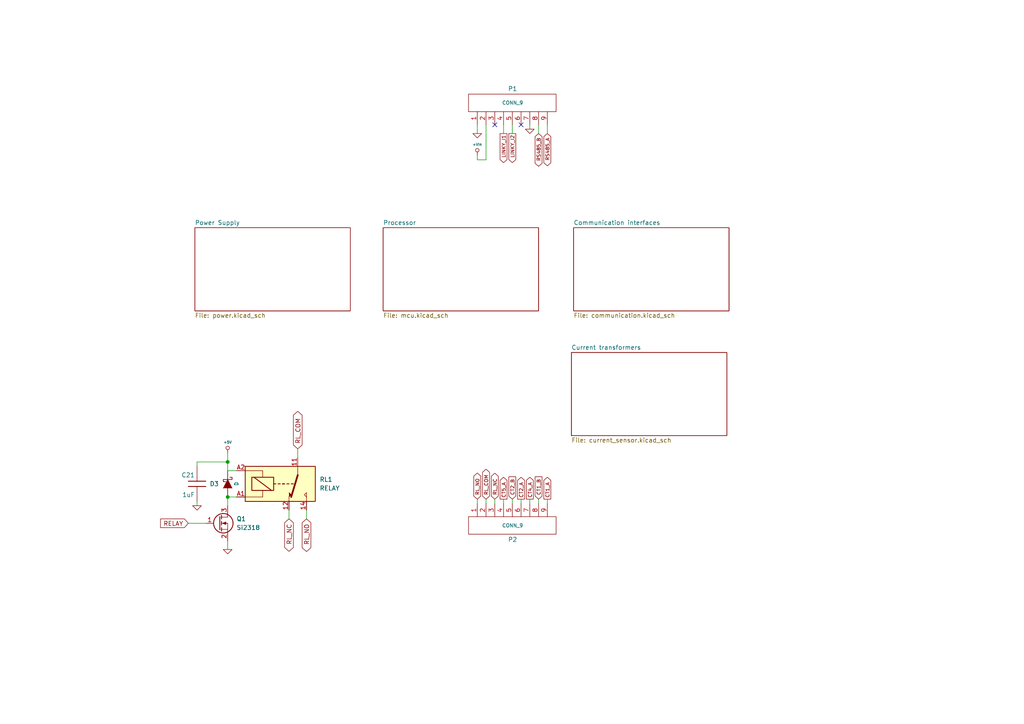
<source format=kicad_sch>
(kicad_sch (version 20211123) (generator eeschema)
  (paper "A4")
  (title_block (title "CowDIN power monitor (3U case)") (date "2022-04-12") (rev "1") (company "Agilack") (comment 1 "License: CC-by-SA"))
  (lib_symbols
    (symbol "cowdin-3a-pwrmon:+5V" (power) (pin_names (offset 0))
      (property "Value" "+5V" (at 0 2.794 0))
      (symbol "+5V_0_0"
        (pin power_in line (at 0 0 90) (length 0) hide (name "+5V") (number "1"))
      )
      (symbol "+5V_0_1"
        (polyline (pts (xy 0 0) (xy 0 1.016) (xy 0 1.016)))
        (circle (center 0 1.524) (radius 0.508))
      )
    )
    (symbol "cowdin-3a-pwrmon:+VIn" (power) (pin_names (offset 0))
      (property "Value" "+VIn" (at 0 2.794 0))
      (symbol "+VIn_0_0"
        (pin power_in line (at 0 0 90) (length 0) hide (name "+VIn") (number "1"))
      )
      (symbol "+VIn_0_1"
        (polyline (pts (xy 0 0) (xy 0 1.016) (xy 0 1.016)))
        (circle (center 0 1.524) (radius 0.508))
      )
    )
    (symbol "cowdin-3a-pwrmon:C" (pin_numbers hide) (pin_names (offset 0.254))
      (property "Reference" "C" (at 1.27 2.54 0))
      (property "Value" "C" (at 1.27 -2.54 0))
      (symbol "C_0_1"
        (polyline (pts (xy -2.54 -0.762) (xy 2.54 -0.762)) (stroke (width 0.254)))
        (polyline (pts (xy -2.54 0.762) (xy 2.54 0.762)) (stroke (width 0.254)))
      )
      (symbol "C_1_1"
        (pin passive line (at 0 5.08 270) (length 4.318) (name "~") (number "1"))
        (pin passive line (at 0 -5.08 90) (length 4.318) (name "~") (number "2"))
      )
    )
    (symbol "cowdin-3a-pwrmon:CONN_9"
      (property "Reference" "P" (at 0 13.97 0))
      (property "Value" "CONN_9" (at 0 0 90))
      (symbol "CONN_9_0_1"
        (rectangle (start -2.54 12.7) (end 2.54 -12.7))
      )
      (symbol "CONN_9_1_1"
        (pin passive line (at -6.35 10.16 0) (length 3.81) (name "~") (number "1"))
        (pin passive line (at -6.35 7.62 0) (length 3.81) (name "~") (number "2"))
        (pin passive line (at -6.35 5.08 0) (length 3.81) (name "~") (number "3"))
        (pin passive line (at -6.35 2.54 0) (length 3.81) (name "~") (number "4"))
        (pin passive line (at -6.35 0 0) (length 3.81) (name "~") (number "5"))
        (pin passive line (at -6.35 -2.54 0) (length 3.81) (name "~") (number "6"))
        (pin passive line (at -6.35 -5.08 0) (length 3.81) (name "~") (number "7"))
        (pin passive line (at -6.35 -7.62 0) (length 3.81) (name "~") (number "8"))
        (pin passive line (at -6.35 -10.16 0) (length 3.81) (name "~") (number "9"))
      )
    )
    (symbol "cowdin-3a-pwrmon:D_Schottky" (pin_numbers hide) (pin_names (offset 1.016) hide)
      (property "Reference" "D" (at 0 2.54 0))
      (property "Value" "D_Schottky" (at 0 -2.54 0))
      (symbol "D_Schottky_0_1"
        (polyline (pts (xy 1.27 1.27) (xy -1.27 0) (xy 1.27 -1.27)) (fill (type outline)))
        (polyline (pts (xy -1.905 0.635) (xy -1.905 1.27) (xy -1.27 1.27) (xy -1.27 -1.27) (xy -0.635 -1.27) (xy -0.635 -0.635)) (stroke (width 0.2032)))
      )
      (symbol "D_Schottky_1_1"
        (pin passive line (at 3.81 0 180) (length 2.54) (name "A") (number "1"))
        (pin passive line (at -3.81 0 0) (length 2.54) (name "K") (number "2"))
      )
    )
    (symbol "cowdin-3a-pwrmon:GND" (power) (pin_names (offset 0))
      (symbol "GND_0_1"
        (polyline (pts (xy -1.27 0) (xy 0 -1.27) (xy 1.27 0) (xy -1.27 0)))
      )
      (symbol "GND_1_1"
        (pin power_in line (at 0 0 90) (length 0) hide (name "GND") (number "1"))
      )
    )
    (symbol "cowdin-3a-pwrmon:Q_NMOS" (pin_names (offset 0) hide)
      (property "Reference" "Q" (at 3.81 1.27 0))
      (property "Value" "Q_NMOS" (at 3.81 -1.27 0))
      (symbol "Q_NMOS_0_1"
        (polyline (pts (xy -0.508 -1.778) (xy 1.27 -1.778)))
        (polyline (pts (xy -0.508 -1.27) (xy -0.508 -2.286)) (stroke (width 0.254)))
        (polyline (pts (xy -0.508 0) (xy 1.27 0)))
        (polyline (pts (xy -0.508 0.508) (xy -0.508 -0.508)) (stroke (width 0.254)))
        (polyline (pts (xy -0.508 1.778) (xy 1.27 1.778)))
        (polyline (pts (xy -0.508 2.286) (xy -0.508 1.27)) (stroke (width 0.254)))
        (polyline (pts (xy 1.27 -1.778) (xy 1.27 -2.54)))
        (polyline (pts (xy 1.27 -1.778) (xy 1.27 0)))
        (polyline (pts (xy 1.27 2.54) (xy 1.27 1.778)))
        (polyline (pts (xy -1.016 1.905) (xy -1.016 -1.905) (xy -1.016 -1.905)) (stroke (width 0.254)))
        (polyline (pts (xy -0.254 0) (xy 0.762 0.381) (xy 0.762 -0.381) (xy -0.254 0)) (fill (type outline)))
        (circle (center 0 0) (radius 2.8194) (stroke (width 0.254)))
      )
      (symbol "Q_NMOS_1_1"
        (pin input line (at -5.08 0 0) (length 2.286) (name "G") (number "1"))
        (pin passive line (at 1.27 -5.08 90) (length 2.54) (name "S") (number "2"))
        (pin passive line (at 1.27 5.08 270) (length 2.54) (name "D") (number "3"))
      )
    )
    (symbol "cowdin-3a-pwrmon:RELAY" (pin_names (offset 1.016))
      (property "Reference" "RL" (at -6.35 6.35 0))
      (property "Value" "RELAY" (at -5.08 -6.35 0))
      (symbol "RELAY_0_0"
        (polyline (pts (xy 2.54 3.81) (xy 2.54 5.08)))
        (polyline (pts (xy 7.62 3.81) (xy 7.62 5.08)))
        (polyline (pts (xy 7.62 3.81) (xy 7.62 2.54) (xy 6.985 3.175) (xy 7.62 3.81)))
      )
      (symbol "RELAY_0_1"
        (rectangle (start -10.16 5.08) (end 10.16 -5.08) (stroke (width 0.254)) (fill (type background)))
        (rectangle (start -8.255 1.905) (end -1.905 -1.905) (stroke (width 0.254)))
        (polyline (pts (xy -10.16 3.81) (xy -5.08 3.81)))
        (polyline (pts (xy -7.62 -1.905) (xy -2.54 1.905)) (stroke (width 0.254)))
        (polyline (pts (xy -5.08 -3.81) (xy -10.16 -3.81)))
        (polyline (pts (xy -5.08 -3.81) (xy -5.08 -1.905)))
        (polyline (pts (xy -5.08 3.81) (xy -5.08 1.905)))
        (polyline (pts (xy -1.905 0) (xy -1.27 0)) (stroke (width 0.254)))
        (polyline (pts (xy -0.635 0) (xy 0 0)) (stroke (width 0.254)))
        (polyline (pts (xy 0.635 0) (xy 1.27 0)) (stroke (width 0.254)))
        (polyline (pts (xy 0.635 0) (xy 1.27 0)) (stroke (width 0.254)))
        (polyline (pts (xy 1.905 0) (xy 2.54 0)) (stroke (width 0.254)))
        (polyline (pts (xy 3.175 0) (xy 3.81 0)) (stroke (width 0.254)))
        (polyline (pts (xy 5.08 -2.54) (xy 3.175 3.81)) (stroke (width 0.508)))
        (polyline (pts (xy 5.08 -2.54) (xy 5.08 -5.08)))
        (polyline (pts (xy 2.54 2.54) (xy 3.175 3.175) (xy 2.54 3.81)) (fill (type outline)))
      )
      (symbol "RELAY_1_1"
        (pin passive line (at 5.08 -7.62 90) (length 2.54) (name "~") (number "11"))
        (pin passive line (at 2.54 7.62 270) (length 2.54) (name "~") (number "12"))
        (pin passive line (at 7.62 7.62 270) (length 2.54) (name "~") (number "14"))
        (pin passive line (at -12.7 3.81 0) (length 2.54) (name "~") (number "A1"))
        (pin passive line (at -12.7 -3.81 0) (length 2.54) (name "~") (number "A2"))
      )
    )
  )
  (junction (at 66.04 133.985))
  (junction (at 66.04 144.145))
  (no_connect (at 143.51 36.195))
  (no_connect (at 151.13 36.195))
  (wire (pts (xy 156.21 144.78) (xy 156.21 146.05)))
  (wire (pts (xy 57.15 135.255) (xy 57.15 133.985)))
  (wire (pts (xy 66.04 144.145) (xy 66.04 146.685)))
  (wire (pts (xy 148.59 36.195) (xy 148.59 38.735)))
  (wire (pts (xy 153.67 144.78) (xy 153.67 146.05)))
  (wire (pts (xy 57.15 133.985) (xy 66.04 133.985)))
  (wire (pts (xy 54.61 151.765) (xy 59.69 151.765)))
  (wire (pts (xy 140.97 144.78) (xy 140.97 146.05)))
  (wire (pts (xy 83.82 147.955) (xy 83.82 150.495)))
  (wire (pts (xy 158.75 36.195) (xy 158.75 38.735)))
  (wire (pts (xy 138.43 36.195) (xy 138.43 38.735)))
  (wire (pts (xy 140.97 36.195) (xy 140.97 46.355)))
  (wire (pts (xy 146.05 36.195) (xy 146.05 38.735)))
  (wire (pts (xy 66.04 144.145) (xy 68.58 144.145)))
  (wire (pts (xy 138.43 45.085) (xy 138.43 46.355)))
  (wire (pts (xy 138.43 144.78) (xy 138.43 146.05)))
  (wire (pts (xy 66.04 133.985) (xy 66.04 136.525)))
  (wire (pts (xy 158.75 144.78) (xy 158.75 146.05)))
  (wire (pts (xy 146.05 144.78) (xy 146.05 146.05)))
  (wire (pts (xy 86.36 130.175) (xy 86.36 132.715)))
  (wire (pts (xy 151.13 144.78) (xy 151.13 146.05)))
  (wire (pts (xy 138.43 46.355) (xy 140.97 46.355)))
  (wire (pts (xy 156.21 36.195) (xy 156.21 38.735)))
  (wire (pts (xy 88.9 147.955) (xy 88.9 150.495)))
  (wire (pts (xy 66.04 136.525) (xy 68.58 136.525)))
  (wire (pts (xy 66.04 131.445) (xy 66.04 133.985)))
  (wire (pts (xy 153.67 36.195) (xy 153.67 37.465)))
  (wire (pts (xy 57.15 145.415) (xy 57.15 146.685)))
  (wire (pts (xy 148.59 144.78) (xy 148.59 146.05)))
  (wire (pts (xy 66.04 156.845) (xy 66.04 159.385)))
  (wire (pts (xy 143.51 144.78) (xy 143.51 146.05)))
  (global_label "CT5_A" (shape output) (at 146.05 144.78 90) (effects (font (size 1.016 1.016))) (property "Intersheet References" "${INTERSHEET_REFS}" (effects hide)))
  (global_label "RL_NC" (shape bidirectional) (at 83.82 150.495 270) (property "Intersheet References" "${INTERSHEET_REFS}" (effects hide)))
  (global_label "RS485_B" (shape bidirectional) (at 156.21 38.735 270) (effects (font (size 1.016 1.016))) (property "Intersheet References" "${INTERSHEET_REFS}" (effects hide)))
  (global_label "CT2_A" (shape output) (at 151.13 144.78 90) (effects (font (size 1.016 1.016))) (property "Intersheet References" "${INTERSHEET_REFS}" (effects hide)))
  (global_label "CT4_A" (shape output) (at 153.67 144.78 90) (effects (font (size 1.016 1.016))) (property "Intersheet References" "${INTERSHEET_REFS}" (effects hide)))
  (global_label "RL_NO" (shape bidirectional) (at 88.9 150.495 270) (property "Intersheet References" "${INTERSHEET_REFS}" (effects hide)))
  (global_label "RL_COM" (shape bidirectional) (at 140.97 144.78 90) (effects (font (size 1.016 1.016))) (property "Intersheet References" "${INTERSHEET_REFS}" (effects hide)))
  (global_label "CT1_B" (shape input) (at 156.21 144.78 90) (effects (font (size 1.016 1.016))) (property "Intersheet References" "${INTERSHEET_REFS}" (effects hide)))
  (global_label "RL_NC" (shape bidirectional) (at 143.51 144.78 90) (effects (font (size 1.016 1.016))) (property "Intersheet References" "${INTERSHEET_REFS}" (effects hide)))
  (global_label "CT2_B" (shape input) (at 148.59 144.78 90) (effects (font (size 1.016 1.016))) (property "Intersheet References" "${INTERSHEET_REFS}" (effects hide)))
  (global_label "RL_NO" (shape bidirectional) (at 138.43 144.78 90) (effects (font (size 1.016 1.016))) (property "Intersheet References" "${INTERSHEET_REFS}" (effects hide)))
  (global_label "CT1_A" (shape output) (at 158.75 144.78 90) (effects (font (size 1.016 1.016))) (property "Intersheet References" "${INTERSHEET_REFS}" (effects hide)))
  (global_label "LINKY_I2" (shape output) (at 148.59 38.735 270) (effects (font (size 1.016 1.016))) (property "Intersheet References" "${INTERSHEET_REFS}" (effects hide)))
  (global_label "LINKY_I1" (shape output) (at 146.05 38.735 270) (effects (font (size 1.016 1.016))) (property "Intersheet References" "${INTERSHEET_REFS}" (effects hide)))
  (global_label "RELAY" (shape input) (at 54.61 151.765 180) (property "Intersheet References" "${INTERSHEET_REFS}" (effects hide)))
  (global_label "RL_COM" (shape bidirectional) (at 86.36 130.175 90) (property "Intersheet References" "${INTERSHEET_REFS}" (effects hide)))
  (global_label "RS485_A" (shape bidirectional) (at 158.75 38.735 270) (effects (font (size 1.016 1.016))) (property "Intersheet References" "${INTERSHEET_REFS}" (effects hide)))
  (symbol (lib_id "cowdin-3a-pwrmon:Q_NMOS") (at 64.77 151.765 0) (unit 1)
    (property "Reference" "Q1" (at 68.58 150.4949 0) (effects (justify left)))
    (property "Value" "Si2318" (at 68.58 153.0349 0) (effects (justify left)))
    (property "Footprint" "cowdin-3a-pwrmon:SOT23-3" (effects hide))
  )
  (symbol (lib_id "cowdin-3a-pwrmon:GND") (at 138.43 38.735 0) (unit 1)
    (property "Reference" "#PWR0145" (effects hide))
    (property "Value" "GND" (effects hide))
  )
  (symbol (lib_id "cowdin-3a-pwrmon:GND") (at 153.67 37.465 0) (unit 1)
    (property "Reference" "#PWR0101" (effects hide))
    (property "Value" "GND" (effects hide))
  )
  (symbol (lib_id "cowdin-3a-pwrmon:C") (at 57.15 140.335 0) (unit 1)
    (property "Reference" "C21" (at 56.515 137.795 0) (effects (justify right)))
    (property "Value" "1uF" (at 56.515 143.51 0) (effects (justify right)))
    (property "Footprint" "cowdin-3a-pwrmon:SMD0603" (effects hide))
  )
  (symbol (lib_id "cowdin-3a-pwrmon:CONN_9") (at 148.59 152.4 90) (mirror x) (unit 1)
    (property "Reference" "P2" (at 148.68 156.492 90))
    (property "Value" "CONN_9" (at 148.68 152.428 90) (effects (font (size 1.016 1.016))))
    (property "Footprint" "cowdin-3a-pwrmon:CONN_WE2365_09r" (effects hide))
  )
  (symbol (lib_id "cowdin-3a-pwrmon:D_Schottky") (at 66.04 140.335 270) (unit 1)
    (property "Reference" "D3" (at 63.5 140.335 90) (effects (justify right)))
    (property "Value" "D" (at 68.58 140.335 0) (effects (font (size 1.016 1.016))))
    (property "Footprint" "cowdin-3a-pwrmon:SOD-123" (effects hide))
  )
  (symbol (lib_id "cowdin-3a-pwrmon:CONN_9") (at 148.59 29.845 90) (unit 1)
    (property "Reference" "P1" (at 148.68 25.753 90))
    (property "Value" "CONN_9" (at 148.68 29.817 90) (effects (font (size 1.016 1.016))))
    (property "Footprint" "cowdin-3a-pwrmon:CONN_WE2365_09" (effects hide))
  )
  (symbol (lib_id "cowdin-3a-pwrmon:+5V") (at 66.04 131.445 0) (unit 1)
    (property "Reference" "#PWR01" (effects hide))
    (property "Value" "+5V" (at 66.04 128.27 0) (effects (font (size 0.762 0.762))))
  )
  (symbol (lib_id "cowdin-3a-pwrmon:GND") (at 57.15 146.685 0) (unit 1)
    (property "Reference" "#PWR02" (effects hide))
    (property "Value" "GND" (effects hide))
  )
  (symbol (lib_id "cowdin-3a-pwrmon:GND") (at 66.04 159.385 0) (unit 1)
    (property "Reference" "#PWR0169" (effects hide))
    (property "Value" "GND" (effects hide))
  )
  (symbol (lib_id "cowdin-3a-pwrmon:+VIn") (at 138.43 45.085 0) (unit 1)
    (property "Reference" "#PWR0146" (effects hide))
    (property "Value" "+VIn" (at 138.43 41.91 0) (effects (font (size 0.762 0.762))))
  )
  (symbol (lib_id "cowdin-3a-pwrmon:RELAY") (at 81.28 140.335 0) (mirror x) (unit 1)
    (property "Reference" "RL1" (at 92.71 139.0649 0) (effects (justify left)))
    (property "Value" "RELAY" (at 92.71 141.6049 0) (effects (justify left)))
    (property "Footprint" "cowdin-3a-pwrmon:RL_3451" (effects hide))
  )
  (sheet (at 111.125 66.04) (size 45.085 24.13) (stroke (width 0.1524))
    (property "Sheet name" "Processor" (at 111.125 65.3284 0) (effects (justify left bottom)))
    (property "Sheet file" "mcu.kicad_sch" (at 111.125 90.7546 0) (effects (justify left top)))
  )
  (sheet (at 56.515 66.04) (size 45.085 24.13) (stroke (width 0.1524))
    (property "Sheet name" "Power Supply" (at 56.515 65.3284 0) (effects (justify left bottom)))
    (property "Sheet file" "power.kicad_sch" (at 56.515 90.7546 0) (effects (justify left top)))
  )
  (sheet (at 165.735 102.235) (size 45.085 24.13) (stroke (width 0.1524))
    (property "Sheet name" "Current transformers" (at 165.735 101.5234 0) (effects (justify left bottom)))
    (property "Sheet file" "current_sensor.kicad_sch" (at 165.735 126.9496 0) (effects (justify left top)))
  )
  (sheet (at 166.37 66.04) (size 45.085 24.13) (stroke (width 0.1524))
    (property "Sheet name" "Communication interfaces" (at 166.37 65.3284 0) (effects (justify left bottom)))
    (property "Sheet file" "communication.kicad_sch" (at 166.37 90.7546 0) (effects (justify left top)))
  )
)
</source>
